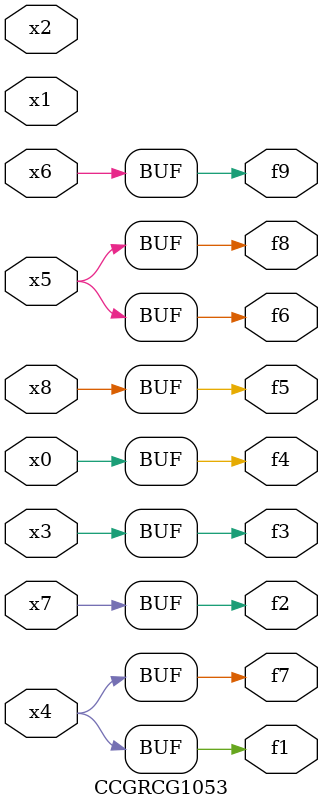
<source format=v>
module CCGRCG1053(
	input x0, x1, x2, x3, x4, x5, x6, x7, x8,
	output f1, f2, f3, f4, f5, f6, f7, f8, f9
);
	assign f1 = x4;
	assign f2 = x7;
	assign f3 = x3;
	assign f4 = x0;
	assign f5 = x8;
	assign f6 = x5;
	assign f7 = x4;
	assign f8 = x5;
	assign f9 = x6;
endmodule

</source>
